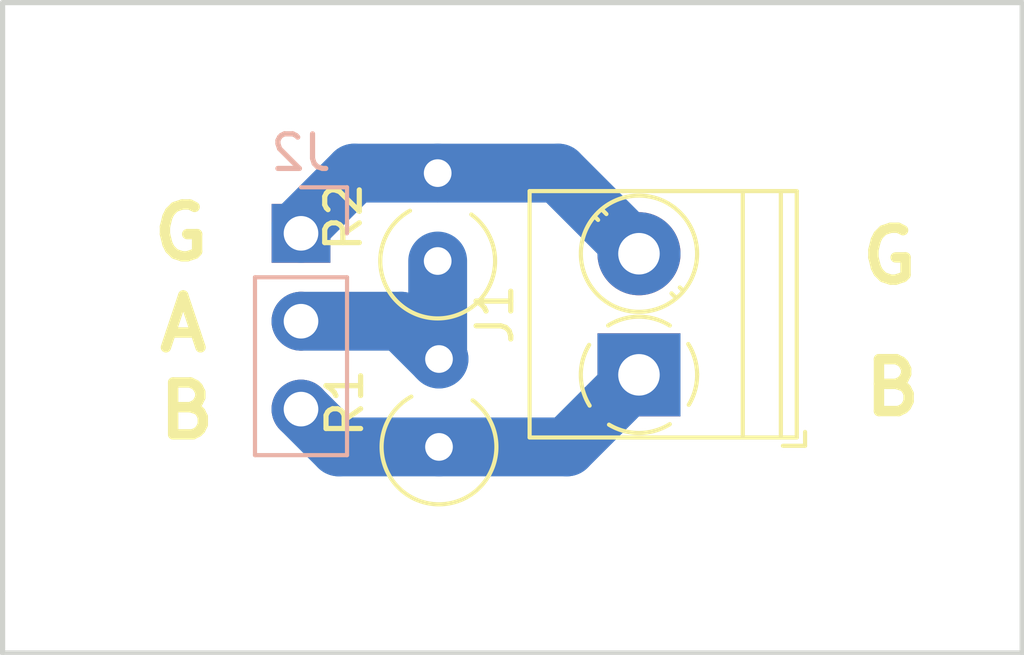
<source format=kicad_pcb>
(kicad_pcb (version 20171130) (host pcbnew 5.0.2-bee76a0~70~ubuntu18.04.1)

  (general
    (thickness 1.6)
    (drawings 10)
    (tracks 13)
    (zones 0)
    (modules 4)
    (nets 4)
  )

  (page A4)
  (layers
    (0 F.Cu signal)
    (31 B.Cu signal)
    (32 B.Adhes user)
    (33 F.Adhes user)
    (34 B.Paste user)
    (35 F.Paste user)
    (36 B.SilkS user)
    (37 F.SilkS user)
    (38 B.Mask user)
    (39 F.Mask user)
    (40 Dwgs.User user)
    (41 Cmts.User user)
    (42 Eco1.User user)
    (43 Eco2.User user)
    (44 Edge.Cuts user)
    (45 Margin user)
    (46 B.CrtYd user)
    (47 F.CrtYd user)
    (48 B.Fab user)
    (49 F.Fab user)
  )

  (setup
    (last_trace_width 1.7)
    (user_trace_width 1.7)
    (trace_clearance 0.2)
    (zone_clearance 0.508)
    (zone_45_only no)
    (trace_min 0.2)
    (segment_width 0.2)
    (edge_width 0.15)
    (via_size 0.8)
    (via_drill 0.4)
    (via_min_size 0.4)
    (via_min_drill 0.3)
    (user_via 2 1)
    (uvia_size 0.3)
    (uvia_drill 0.1)
    (uvias_allowed no)
    (uvia_min_size 0.2)
    (uvia_min_drill 0.1)
    (pcb_text_width 0.3)
    (pcb_text_size 1.5 1.5)
    (mod_edge_width 0.15)
    (mod_text_size 1 1)
    (mod_text_width 0.15)
    (pad_size 1.524 1.524)
    (pad_drill 0.762)
    (pad_to_mask_clearance 0.051)
    (solder_mask_min_width 0.25)
    (aux_axis_origin 40.64 63.246)
    (visible_elements FFFFFF7F)
    (pcbplotparams
      (layerselection 0x01000_fffffffe)
      (usegerberextensions false)
      (usegerberattributes false)
      (usegerberadvancedattributes false)
      (creategerberjobfile false)
      (excludeedgelayer true)
      (linewidth 0.100000)
      (plotframeref false)
      (viasonmask false)
      (mode 1)
      (useauxorigin true)
      (hpglpennumber 1)
      (hpglpenspeed 20)
      (hpglpendiameter 15.000000)
      (psnegative false)
      (psa4output false)
      (plotreference true)
      (plotvalue true)
      (plotinvisibletext false)
      (padsonsilk false)
      (subtractmaskfromsilk false)
      (outputformat 1)
      (mirror false)
      (drillshape 0)
      (scaleselection 1)
      (outputdirectory ""))
  )

  (net 0 "")
  (net 1 LI_ON)
  (net 2 GND)
  (net 3 ANALOG_MEAS)

  (net_class Default "This is the default net class."
    (clearance 0.2)
    (trace_width 0.25)
    (via_dia 0.8)
    (via_drill 0.4)
    (uvia_dia 0.3)
    (uvia_drill 0.1)
    (add_net ANALOG_MEAS)
    (add_net GND)
    (add_net LI_ON)
  )

  (module TerminalBlock_Phoenix:TerminalBlock_Phoenix_PT-1,5-2-3.5-H_1x02_P3.50mm_Horizontal (layer F.Cu) (tedit 5B294F3F) (tstamp 5DCB86C2)
    (at 59.0296 55.2069 90)
    (descr "Terminal Block Phoenix PT-1,5-2-3.5-H, 2 pins, pitch 3.5mm, size 7x7.6mm^2, drill diamater 1.2mm, pad diameter 2.4mm, see , script-generated using https://github.com/pointhi/kicad-footprint-generator/scripts/TerminalBlock_Phoenix")
    (tags "THT Terminal Block Phoenix PT-1,5-2-3.5-H pitch 3.5mm size 7x7.6mm^2 drill 1.2mm pad 2.4mm")
    (path /5DBF4373)
    (fp_text reference J1 (at 1.75 -4.16 90) (layer F.SilkS)
      (effects (font (size 1 1) (thickness 0.15)))
    )
    (fp_text value Screw_Terminal_01x02 (at 1.75 5.56 90) (layer F.Fab)
      (effects (font (size 1 1) (thickness 0.15)))
    )
    (fp_arc (start 0 0) (end 0 1.68) (angle -32) (layer F.SilkS) (width 0.12))
    (fp_arc (start 0 0) (end 1.425 0.891) (angle -64) (layer F.SilkS) (width 0.12))
    (fp_arc (start 0 0) (end 0.866 -1.44) (angle -63) (layer F.SilkS) (width 0.12))
    (fp_arc (start 0 0) (end -1.44 -0.866) (angle -63) (layer F.SilkS) (width 0.12))
    (fp_arc (start 0 0) (end -0.866 1.44) (angle -32) (layer F.SilkS) (width 0.12))
    (fp_circle (center 0 0) (end 1.5 0) (layer F.Fab) (width 0.1))
    (fp_circle (center 3.5 0) (end 5 0) (layer F.Fab) (width 0.1))
    (fp_circle (center 3.5 0) (end 5.18 0) (layer F.SilkS) (width 0.12))
    (fp_line (start -1.75 -3.1) (end 5.25 -3.1) (layer F.Fab) (width 0.1))
    (fp_line (start 5.25 -3.1) (end 5.25 4.5) (layer F.Fab) (width 0.1))
    (fp_line (start 5.25 4.5) (end -1.35 4.5) (layer F.Fab) (width 0.1))
    (fp_line (start -1.35 4.5) (end -1.75 4.1) (layer F.Fab) (width 0.1))
    (fp_line (start -1.75 4.1) (end -1.75 -3.1) (layer F.Fab) (width 0.1))
    (fp_line (start -1.75 4.1) (end 5.25 4.1) (layer F.Fab) (width 0.1))
    (fp_line (start -1.81 4.1) (end 5.31 4.1) (layer F.SilkS) (width 0.12))
    (fp_line (start -1.75 3) (end 5.25 3) (layer F.Fab) (width 0.1))
    (fp_line (start -1.81 3) (end 5.31 3) (layer F.SilkS) (width 0.12))
    (fp_line (start -1.81 -3.16) (end 5.31 -3.16) (layer F.SilkS) (width 0.12))
    (fp_line (start -1.81 4.56) (end 5.31 4.56) (layer F.SilkS) (width 0.12))
    (fp_line (start -1.81 -3.16) (end -1.81 4.56) (layer F.SilkS) (width 0.12))
    (fp_line (start 5.31 -3.16) (end 5.31 4.56) (layer F.SilkS) (width 0.12))
    (fp_line (start 1.138 -0.955) (end -0.955 1.138) (layer F.Fab) (width 0.1))
    (fp_line (start 0.955 -1.138) (end -1.138 0.955) (layer F.Fab) (width 0.1))
    (fp_line (start 4.638 -0.955) (end 2.546 1.138) (layer F.Fab) (width 0.1))
    (fp_line (start 4.455 -1.138) (end 2.363 0.955) (layer F.Fab) (width 0.1))
    (fp_line (start 4.775 -1.069) (end 4.646 -0.941) (layer F.SilkS) (width 0.12))
    (fp_line (start 2.525 1.181) (end 2.431 1.274) (layer F.SilkS) (width 0.12))
    (fp_line (start 4.57 -1.275) (end 4.476 -1.181) (layer F.SilkS) (width 0.12))
    (fp_line (start 2.355 0.941) (end 2.226 1.069) (layer F.SilkS) (width 0.12))
    (fp_line (start -2.05 4.16) (end -2.05 4.8) (layer F.SilkS) (width 0.12))
    (fp_line (start -2.05 4.8) (end -1.65 4.8) (layer F.SilkS) (width 0.12))
    (fp_line (start -2.25 -3.6) (end -2.25 5) (layer F.CrtYd) (width 0.05))
    (fp_line (start -2.25 5) (end 5.75 5) (layer F.CrtYd) (width 0.05))
    (fp_line (start 5.75 5) (end 5.75 -3.6) (layer F.CrtYd) (width 0.05))
    (fp_line (start 5.75 -3.6) (end -2.25 -3.6) (layer F.CrtYd) (width 0.05))
    (fp_text user %R (at 1.75 2.4 90) (layer F.Fab)
      (effects (font (size 1 1) (thickness 0.15)))
    )
    (pad 1 thru_hole rect (at 0 0 90) (size 2.4 2.4) (drill 1.2) (layers *.Cu *.Mask)
      (net 1 LI_ON))
    (pad 2 thru_hole circle (at 3.5 0 90) (size 2.4 2.4) (drill 1.2) (layers *.Cu *.Mask)
      (net 2 GND))
    (model ${KISYS3DMOD}/TerminalBlock_Phoenix.3dshapes/TerminalBlock_Phoenix_PT-1,5-2-3.5-H_1x02_P3.50mm_Horizontal.wrl
      (at (xyz 0 0 0))
      (scale (xyz 1 1 1))
      (rotate (xyz 0 0 0))
    )
  )

  (module Connector_PinHeader_2.54mm:PinHeader_1x03_P2.54mm_Vertical (layer B.Cu) (tedit 59FED5CC) (tstamp 5DCB8548)
    (at 49.2633 51.1175 180)
    (descr "Through hole straight pin header, 1x03, 2.54mm pitch, single row")
    (tags "Through hole pin header THT 1x03 2.54mm single row")
    (path /5DBF4462)
    (fp_text reference J2 (at 0 2.33 180) (layer B.SilkS)
      (effects (font (size 1 1) (thickness 0.15)) (justify mirror))
    )
    (fp_text value Conn_01x03_Male (at 0 -7.41 180) (layer B.Fab)
      (effects (font (size 1 1) (thickness 0.15)) (justify mirror))
    )
    (fp_line (start -0.635 1.27) (end 1.27 1.27) (layer B.Fab) (width 0.1))
    (fp_line (start 1.27 1.27) (end 1.27 -6.35) (layer B.Fab) (width 0.1))
    (fp_line (start 1.27 -6.35) (end -1.27 -6.35) (layer B.Fab) (width 0.1))
    (fp_line (start -1.27 -6.35) (end -1.27 0.635) (layer B.Fab) (width 0.1))
    (fp_line (start -1.27 0.635) (end -0.635 1.27) (layer B.Fab) (width 0.1))
    (fp_line (start -1.33 -6.41) (end 1.33 -6.41) (layer B.SilkS) (width 0.12))
    (fp_line (start -1.33 -1.27) (end -1.33 -6.41) (layer B.SilkS) (width 0.12))
    (fp_line (start 1.33 -1.27) (end 1.33 -6.41) (layer B.SilkS) (width 0.12))
    (fp_line (start -1.33 -1.27) (end 1.33 -1.27) (layer B.SilkS) (width 0.12))
    (fp_line (start -1.33 0) (end -1.33 1.33) (layer B.SilkS) (width 0.12))
    (fp_line (start -1.33 1.33) (end 0 1.33) (layer B.SilkS) (width 0.12))
    (fp_line (start -1.8 1.8) (end -1.8 -6.85) (layer B.CrtYd) (width 0.05))
    (fp_line (start -1.8 -6.85) (end 1.8 -6.85) (layer B.CrtYd) (width 0.05))
    (fp_line (start 1.8 -6.85) (end 1.8 1.8) (layer B.CrtYd) (width 0.05))
    (fp_line (start 1.8 1.8) (end -1.8 1.8) (layer B.CrtYd) (width 0.05))
    (fp_text user %R (at 0 -2.54 90) (layer B.Fab)
      (effects (font (size 1 1) (thickness 0.15)) (justify mirror))
    )
    (pad 1 thru_hole rect (at 0 0 180) (size 1.7 1.7) (drill 1) (layers *.Cu *.Mask)
      (net 2 GND))
    (pad 2 thru_hole oval (at 0 -2.54 180) (size 1.7 1.7) (drill 1) (layers *.Cu *.Mask)
      (net 3 ANALOG_MEAS))
    (pad 3 thru_hole oval (at 0 -5.08 180) (size 1.7 1.7) (drill 1) (layers *.Cu *.Mask)
      (net 1 LI_ON))
    (model ${KISYS3DMOD}/Connector_PinHeader_2.54mm.3dshapes/PinHeader_1x03_P2.54mm_Vertical.wrl
      (at (xyz 0 0 0))
      (scale (xyz 1 1 1))
      (rotate (xyz 0 0 0))
    )
  )

  (module Resistor_THT:R_Axial_DIN0309_L9.0mm_D3.2mm_P2.54mm_Vertical (layer F.Cu) (tedit 5AE5139B) (tstamp 5DCB8518)
    (at 53.2511 57.2897 90)
    (descr "Resistor, Axial_DIN0309 series, Axial, Vertical, pin pitch=2.54mm, 0.5W = 1/2W, length*diameter=9*3.2mm^2, http://cdn-reichelt.de/documents/datenblatt/B400/1_4W%23YAG.pdf")
    (tags "Resistor Axial_DIN0309 series Axial Vertical pin pitch 2.54mm 0.5W = 1/2W length 9mm diameter 3.2mm")
    (path /5DBF3EEE)
    (fp_text reference R1 (at 1.27 -2.72 90) (layer F.SilkS)
      (effects (font (size 1 1) (thickness 0.15)))
    )
    (fp_text value R (at 1.27 2.72 90) (layer F.Fab)
      (effects (font (size 1 1) (thickness 0.15)))
    )
    (fp_arc (start 0 0) (end 1.453272 -0.8) (angle -295.326041) (layer F.SilkS) (width 0.12))
    (fp_circle (center 0 0) (end 1.6 0) (layer F.Fab) (width 0.1))
    (fp_line (start 0 0) (end 2.54 0) (layer F.Fab) (width 0.1))
    (fp_line (start -1.85 -1.85) (end -1.85 1.85) (layer F.CrtYd) (width 0.05))
    (fp_line (start -1.85 1.85) (end 3.59 1.85) (layer F.CrtYd) (width 0.05))
    (fp_line (start 3.59 1.85) (end 3.59 -1.85) (layer F.CrtYd) (width 0.05))
    (fp_line (start 3.59 -1.85) (end -1.85 -1.85) (layer F.CrtYd) (width 0.05))
    (fp_text user %R (at 1.27 -2.72 90) (layer F.Fab)
      (effects (font (size 1 1) (thickness 0.15)))
    )
    (pad 1 thru_hole circle (at 0 0 90) (size 1.6 1.6) (drill 0.8) (layers *.Cu *.Mask)
      (net 1 LI_ON))
    (pad 2 thru_hole oval (at 2.54 0 90) (size 1.6 1.6) (drill 0.8) (layers *.Cu *.Mask)
      (net 3 ANALOG_MEAS))
    (model ${KISYS3DMOD}/Resistor_THT.3dshapes/R_Axial_DIN0309_L9.0mm_D3.2mm_P2.54mm_Vertical.wrl
      (at (xyz 0 0 0))
      (scale (xyz 1 1 1))
      (rotate (xyz 0 0 0))
    )
  )

  (module Resistor_THT:R_Axial_DIN0309_L9.0mm_D3.2mm_P2.54mm_Vertical (layer F.Cu) (tedit 5AE5139B) (tstamp 5DCB84F1)
    (at 53.213 51.9176 90)
    (descr "Resistor, Axial_DIN0309 series, Axial, Vertical, pin pitch=2.54mm, 0.5W = 1/2W, length*diameter=9*3.2mm^2, http://cdn-reichelt.de/documents/datenblatt/B400/1_4W%23YAG.pdf")
    (tags "Resistor Axial_DIN0309 series Axial Vertical pin pitch 2.54mm 0.5W = 1/2W length 9mm diameter 3.2mm")
    (path /5DBF3F55)
    (fp_text reference R2 (at 1.27 -2.72 90) (layer F.SilkS)
      (effects (font (size 1 1) (thickness 0.15)))
    )
    (fp_text value R (at 1.27 2.72 90) (layer F.Fab)
      (effects (font (size 1 1) (thickness 0.15)))
    )
    (fp_text user %R (at 1.27 -2.72 90) (layer F.Fab)
      (effects (font (size 1 1) (thickness 0.15)))
    )
    (fp_line (start 3.59 -1.85) (end -1.85 -1.85) (layer F.CrtYd) (width 0.05))
    (fp_line (start 3.59 1.85) (end 3.59 -1.85) (layer F.CrtYd) (width 0.05))
    (fp_line (start -1.85 1.85) (end 3.59 1.85) (layer F.CrtYd) (width 0.05))
    (fp_line (start -1.85 -1.85) (end -1.85 1.85) (layer F.CrtYd) (width 0.05))
    (fp_line (start 0 0) (end 2.54 0) (layer F.Fab) (width 0.1))
    (fp_circle (center 0 0) (end 1.6 0) (layer F.Fab) (width 0.1))
    (fp_arc (start 0 0) (end 1.453272 -0.8) (angle -295.326041) (layer F.SilkS) (width 0.12))
    (pad 2 thru_hole oval (at 2.54 0 90) (size 1.6 1.6) (drill 0.8) (layers *.Cu *.Mask)
      (net 2 GND))
    (pad 1 thru_hole circle (at 0 0 90) (size 1.6 1.6) (drill 0.8) (layers *.Cu *.Mask)
      (net 3 ANALOG_MEAS))
    (model ${KISYS3DMOD}/Resistor_THT.3dshapes/R_Axial_DIN0309_L9.0mm_D3.2mm_P2.54mm_Vertical.wrl
      (at (xyz 0 0 0))
      (scale (xyz 1 1 1))
      (rotate (xyz 0 0 0))
    )
  )

  (gr_line (start 40.64 63.246) (end 40.64 61.468) (layer Edge.Cuts) (width 0.15))
  (gr_line (start 70.104 63.246) (end 40.64 63.246) (layer Edge.Cuts) (width 0.15))
  (gr_line (start 70.104 44.45) (end 70.104 63.246) (layer Edge.Cuts) (width 0.15))
  (gr_line (start 40.64 44.45) (end 70.104 44.45) (layer Edge.Cuts) (width 0.15))
  (gr_line (start 40.64 61.468) (end 40.64 44.45) (layer Edge.Cuts) (width 0.15))
  (gr_text G (at 66.2686 51.7779) (layer F.SilkS) (tstamp 5DCB8F0A)
    (effects (font (size 1.5 1.5) (thickness 0.3)))
  )
  (gr_text B (at 66.3575 55.5752) (layer F.SilkS) (tstamp 5DCB8EEB)
    (effects (font (size 1.5 1.5) (thickness 0.3)))
  )
  (gr_text B (at 45.9613 56.2483) (layer F.SilkS) (tstamp 5DCB8B30)
    (effects (font (size 1.5 1.5) (thickness 0.3)))
  )
  (gr_text A (at 45.8597 53.7337) (layer F.SilkS) (tstamp 5DCB8AF3)
    (effects (font (size 1.5 1.5) (thickness 0.3)))
  )
  (gr_text G (at 45.7962 51.1048) (layer F.SilkS)
    (effects (font (size 1.5 1.5) (thickness 0.3)))
  )

  (segment (start 50.3555 57.2897) (end 53.2511 57.2897) (width 1.7) (layer B.Cu) (net 1))
  (segment (start 49.2633 56.1975) (end 50.3555 57.2897) (width 1.7) (layer B.Cu) (net 1))
  (segment (start 56.9468 57.2897) (end 59.0296 55.2069) (width 1.7) (layer B.Cu) (net 1))
  (segment (start 53.2511 57.2897) (end 56.9468 57.2897) (width 1.7) (layer B.Cu) (net 1))
  (segment (start 49.2633 51.1175) (end 49.2633 50.9143) (width 1.7) (layer B.Cu) (net 2))
  (segment (start 50.8 49.3776) (end 53.213 49.3776) (width 1.7) (layer B.Cu) (net 2))
  (segment (start 49.2633 50.9143) (end 50.8 49.3776) (width 1.7) (layer B.Cu) (net 2))
  (segment (start 56.7003 49.3776) (end 59.0296 51.7069) (width 1.7) (layer B.Cu) (net 2))
  (segment (start 53.213 49.3776) (end 56.7003 49.3776) (width 1.7) (layer B.Cu) (net 2))
  (segment (start 53.213 54.7116) (end 53.2511 54.7497) (width 1.7) (layer B.Cu) (net 3))
  (segment (start 53.213 51.9176) (end 53.213 54.7116) (width 1.7) (layer B.Cu) (net 3))
  (segment (start 52.1589 53.6575) (end 53.2511 54.7497) (width 1.7) (layer B.Cu) (net 3))
  (segment (start 49.2633 53.6575) (end 52.1589 53.6575) (width 1.7) (layer B.Cu) (net 3))

)

</source>
